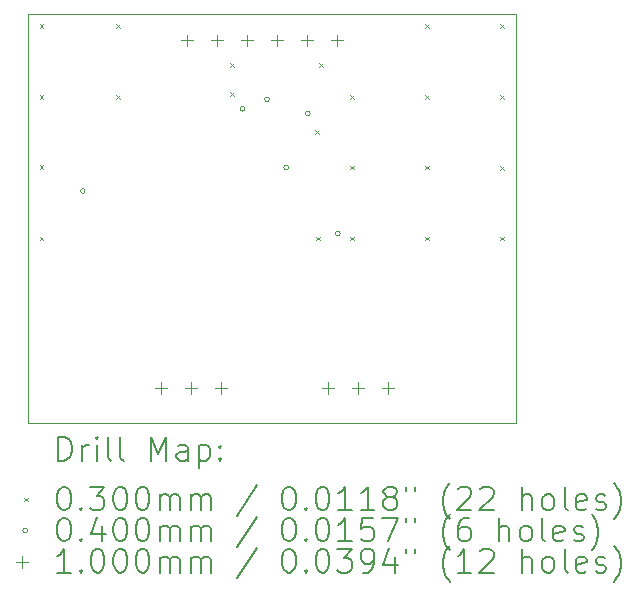
<source format=gbr>
%TF.GenerationSoftware,KiCad,Pcbnew,7.0.11-2.fc39*%
%TF.CreationDate,2024-06-09T18:16:30+02:00*%
%TF.ProjectId,current_measurement_extension,63757272-656e-4745-9f6d-656173757265,1.0*%
%TF.SameCoordinates,Original*%
%TF.FileFunction,Drillmap*%
%TF.FilePolarity,Positive*%
%FSLAX45Y45*%
G04 Gerber Fmt 4.5, Leading zero omitted, Abs format (unit mm)*
G04 Created by KiCad (PCBNEW 7.0.11-2.fc39) date 2024-06-09 18:16:30*
%MOMM*%
%LPD*%
G01*
G04 APERTURE LIST*
%ADD10C,0.100000*%
%ADD11C,0.200000*%
G04 APERTURE END LIST*
D10*
X8717280Y-4579620D02*
X12844780Y-4579620D01*
X12844780Y-8041640D01*
X8717280Y-8041640D01*
X8717280Y-4579620D01*
D11*
D10*
X8814040Y-4663680D02*
X8844040Y-4693680D01*
X8844040Y-4663680D02*
X8814040Y-4693680D01*
X8814040Y-5263120D02*
X8844040Y-5293120D01*
X8844040Y-5263120D02*
X8814040Y-5293120D01*
X8814040Y-5857480D02*
X8844040Y-5887480D01*
X8844040Y-5857480D02*
X8814040Y-5887480D01*
X8814040Y-6462000D02*
X8844040Y-6492000D01*
X8844040Y-6462000D02*
X8814040Y-6492000D01*
X9464280Y-4663680D02*
X9494280Y-4693680D01*
X9494280Y-4663680D02*
X9464280Y-4693680D01*
X9464280Y-5263120D02*
X9494280Y-5293120D01*
X9494280Y-5263120D02*
X9464280Y-5293120D01*
X10429480Y-4993880D02*
X10459480Y-5023880D01*
X10459480Y-4993880D02*
X10429480Y-5023880D01*
X10429480Y-5237720D02*
X10459480Y-5267720D01*
X10459480Y-5237720D02*
X10429480Y-5267720D01*
X11145760Y-5562840D02*
X11175760Y-5592840D01*
X11175760Y-5562840D02*
X11145760Y-5592840D01*
X11155920Y-6462000D02*
X11185920Y-6492000D01*
X11185920Y-6462000D02*
X11155920Y-6492000D01*
X11181320Y-4993880D02*
X11211320Y-5023880D01*
X11211320Y-4993880D02*
X11181320Y-5023880D01*
X11445480Y-5263120D02*
X11475480Y-5293120D01*
X11475480Y-5263120D02*
X11445480Y-5293120D01*
X11445480Y-5862560D02*
X11475480Y-5892560D01*
X11475480Y-5862560D02*
X11445480Y-5892560D01*
X11445480Y-6462000D02*
X11475480Y-6492000D01*
X11475480Y-6462000D02*
X11445480Y-6492000D01*
X12080480Y-4663680D02*
X12110480Y-4693680D01*
X12110480Y-4663680D02*
X12080480Y-4693680D01*
X12080480Y-5263120D02*
X12110480Y-5293120D01*
X12110480Y-5263120D02*
X12080480Y-5293120D01*
X12080480Y-5862560D02*
X12110480Y-5892560D01*
X12110480Y-5862560D02*
X12080480Y-5892560D01*
X12080480Y-6462000D02*
X12110480Y-6492000D01*
X12110480Y-6462000D02*
X12080480Y-6492000D01*
X12715480Y-4663680D02*
X12745480Y-4693680D01*
X12745480Y-4663680D02*
X12715480Y-4693680D01*
X12715480Y-5263120D02*
X12745480Y-5293120D01*
X12745480Y-5263120D02*
X12715480Y-5293120D01*
X12715480Y-5867640D02*
X12745480Y-5897640D01*
X12745480Y-5867640D02*
X12715480Y-5897640D01*
X12715480Y-6462000D02*
X12745480Y-6492000D01*
X12745480Y-6462000D02*
X12715480Y-6492000D01*
X9199560Y-6075680D02*
G75*
G03*
X9159560Y-6075680I-20000J0D01*
G01*
X9159560Y-6075680D02*
G75*
G03*
X9199560Y-6075680I20000J0D01*
G01*
X10550840Y-5379720D02*
G75*
G03*
X10510840Y-5379720I-20000J0D01*
G01*
X10510840Y-5379720D02*
G75*
G03*
X10550840Y-5379720I20000J0D01*
G01*
X10759120Y-5298440D02*
G75*
G03*
X10719120Y-5298440I-20000J0D01*
G01*
X10719120Y-5298440D02*
G75*
G03*
X10759120Y-5298440I20000J0D01*
G01*
X10921680Y-5877560D02*
G75*
G03*
X10881680Y-5877560I-20000J0D01*
G01*
X10881680Y-5877560D02*
G75*
G03*
X10921680Y-5877560I20000J0D01*
G01*
X11104560Y-5420360D02*
G75*
G03*
X11064560Y-5420360I-20000J0D01*
G01*
X11064560Y-5420360D02*
G75*
G03*
X11104560Y-5420360I20000J0D01*
G01*
X11358560Y-6436360D02*
G75*
G03*
X11318560Y-6436360I-20000J0D01*
G01*
X11318560Y-6436360D02*
G75*
G03*
X11358560Y-6436360I20000J0D01*
G01*
X9839960Y-7691920D02*
X9839960Y-7791920D01*
X9789960Y-7741920D02*
X9889960Y-7741920D01*
X10063480Y-4750600D02*
X10063480Y-4850600D01*
X10013480Y-4800600D02*
X10113480Y-4800600D01*
X10093960Y-7691920D02*
X10093960Y-7791920D01*
X10043960Y-7741920D02*
X10143960Y-7741920D01*
X10317480Y-4750600D02*
X10317480Y-4850600D01*
X10267480Y-4800600D02*
X10367480Y-4800600D01*
X10347960Y-7691920D02*
X10347960Y-7791920D01*
X10297960Y-7741920D02*
X10397960Y-7741920D01*
X10571480Y-4750600D02*
X10571480Y-4850600D01*
X10521480Y-4800600D02*
X10621480Y-4800600D01*
X10825480Y-4750600D02*
X10825480Y-4850600D01*
X10775480Y-4800600D02*
X10875480Y-4800600D01*
X11079480Y-4750600D02*
X11079480Y-4850600D01*
X11029480Y-4800600D02*
X11129480Y-4800600D01*
X11257280Y-7691920D02*
X11257280Y-7791920D01*
X11207280Y-7741920D02*
X11307280Y-7741920D01*
X11333480Y-4750600D02*
X11333480Y-4850600D01*
X11283480Y-4800600D02*
X11383480Y-4800600D01*
X11511280Y-7691920D02*
X11511280Y-7791920D01*
X11461280Y-7741920D02*
X11561280Y-7741920D01*
X11765280Y-7691920D02*
X11765280Y-7791920D01*
X11715280Y-7741920D02*
X11815280Y-7741920D01*
D11*
X8973057Y-8358124D02*
X8973057Y-8158124D01*
X8973057Y-8158124D02*
X9020676Y-8158124D01*
X9020676Y-8158124D02*
X9049247Y-8167648D01*
X9049247Y-8167648D02*
X9068295Y-8186695D01*
X9068295Y-8186695D02*
X9077819Y-8205743D01*
X9077819Y-8205743D02*
X9087343Y-8243838D01*
X9087343Y-8243838D02*
X9087343Y-8272409D01*
X9087343Y-8272409D02*
X9077819Y-8310505D01*
X9077819Y-8310505D02*
X9068295Y-8329552D01*
X9068295Y-8329552D02*
X9049247Y-8348600D01*
X9049247Y-8348600D02*
X9020676Y-8358124D01*
X9020676Y-8358124D02*
X8973057Y-8358124D01*
X9173057Y-8358124D02*
X9173057Y-8224790D01*
X9173057Y-8262886D02*
X9182581Y-8243838D01*
X9182581Y-8243838D02*
X9192104Y-8234314D01*
X9192104Y-8234314D02*
X9211152Y-8224790D01*
X9211152Y-8224790D02*
X9230200Y-8224790D01*
X9296866Y-8358124D02*
X9296866Y-8224790D01*
X9296866Y-8158124D02*
X9287343Y-8167648D01*
X9287343Y-8167648D02*
X9296866Y-8177171D01*
X9296866Y-8177171D02*
X9306390Y-8167648D01*
X9306390Y-8167648D02*
X9296866Y-8158124D01*
X9296866Y-8158124D02*
X9296866Y-8177171D01*
X9420676Y-8358124D02*
X9401628Y-8348600D01*
X9401628Y-8348600D02*
X9392104Y-8329552D01*
X9392104Y-8329552D02*
X9392104Y-8158124D01*
X9525438Y-8358124D02*
X9506390Y-8348600D01*
X9506390Y-8348600D02*
X9496866Y-8329552D01*
X9496866Y-8329552D02*
X9496866Y-8158124D01*
X9754009Y-8358124D02*
X9754009Y-8158124D01*
X9754009Y-8158124D02*
X9820676Y-8300981D01*
X9820676Y-8300981D02*
X9887343Y-8158124D01*
X9887343Y-8158124D02*
X9887343Y-8358124D01*
X10068295Y-8358124D02*
X10068295Y-8253362D01*
X10068295Y-8253362D02*
X10058771Y-8234314D01*
X10058771Y-8234314D02*
X10039724Y-8224790D01*
X10039724Y-8224790D02*
X10001628Y-8224790D01*
X10001628Y-8224790D02*
X9982581Y-8234314D01*
X10068295Y-8348600D02*
X10049247Y-8358124D01*
X10049247Y-8358124D02*
X10001628Y-8358124D01*
X10001628Y-8358124D02*
X9982581Y-8348600D01*
X9982581Y-8348600D02*
X9973057Y-8329552D01*
X9973057Y-8329552D02*
X9973057Y-8310505D01*
X9973057Y-8310505D02*
X9982581Y-8291457D01*
X9982581Y-8291457D02*
X10001628Y-8281933D01*
X10001628Y-8281933D02*
X10049247Y-8281933D01*
X10049247Y-8281933D02*
X10068295Y-8272409D01*
X10163533Y-8224790D02*
X10163533Y-8424790D01*
X10163533Y-8234314D02*
X10182581Y-8224790D01*
X10182581Y-8224790D02*
X10220676Y-8224790D01*
X10220676Y-8224790D02*
X10239724Y-8234314D01*
X10239724Y-8234314D02*
X10249247Y-8243838D01*
X10249247Y-8243838D02*
X10258771Y-8262886D01*
X10258771Y-8262886D02*
X10258771Y-8320028D01*
X10258771Y-8320028D02*
X10249247Y-8339076D01*
X10249247Y-8339076D02*
X10239724Y-8348600D01*
X10239724Y-8348600D02*
X10220676Y-8358124D01*
X10220676Y-8358124D02*
X10182581Y-8358124D01*
X10182581Y-8358124D02*
X10163533Y-8348600D01*
X10344485Y-8339076D02*
X10354009Y-8348600D01*
X10354009Y-8348600D02*
X10344485Y-8358124D01*
X10344485Y-8358124D02*
X10334962Y-8348600D01*
X10334962Y-8348600D02*
X10344485Y-8339076D01*
X10344485Y-8339076D02*
X10344485Y-8358124D01*
X10344485Y-8234314D02*
X10354009Y-8243838D01*
X10354009Y-8243838D02*
X10344485Y-8253362D01*
X10344485Y-8253362D02*
X10334962Y-8243838D01*
X10334962Y-8243838D02*
X10344485Y-8234314D01*
X10344485Y-8234314D02*
X10344485Y-8253362D01*
D10*
X8682280Y-8671640D02*
X8712280Y-8701640D01*
X8712280Y-8671640D02*
X8682280Y-8701640D01*
D11*
X9011152Y-8578124D02*
X9030200Y-8578124D01*
X9030200Y-8578124D02*
X9049247Y-8587648D01*
X9049247Y-8587648D02*
X9058771Y-8597171D01*
X9058771Y-8597171D02*
X9068295Y-8616219D01*
X9068295Y-8616219D02*
X9077819Y-8654314D01*
X9077819Y-8654314D02*
X9077819Y-8701933D01*
X9077819Y-8701933D02*
X9068295Y-8740029D01*
X9068295Y-8740029D02*
X9058771Y-8759076D01*
X9058771Y-8759076D02*
X9049247Y-8768600D01*
X9049247Y-8768600D02*
X9030200Y-8778124D01*
X9030200Y-8778124D02*
X9011152Y-8778124D01*
X9011152Y-8778124D02*
X8992104Y-8768600D01*
X8992104Y-8768600D02*
X8982581Y-8759076D01*
X8982581Y-8759076D02*
X8973057Y-8740029D01*
X8973057Y-8740029D02*
X8963533Y-8701933D01*
X8963533Y-8701933D02*
X8963533Y-8654314D01*
X8963533Y-8654314D02*
X8973057Y-8616219D01*
X8973057Y-8616219D02*
X8982581Y-8597171D01*
X8982581Y-8597171D02*
X8992104Y-8587648D01*
X8992104Y-8587648D02*
X9011152Y-8578124D01*
X9163533Y-8759076D02*
X9173057Y-8768600D01*
X9173057Y-8768600D02*
X9163533Y-8778124D01*
X9163533Y-8778124D02*
X9154009Y-8768600D01*
X9154009Y-8768600D02*
X9163533Y-8759076D01*
X9163533Y-8759076D02*
X9163533Y-8778124D01*
X9239724Y-8578124D02*
X9363533Y-8578124D01*
X9363533Y-8578124D02*
X9296866Y-8654314D01*
X9296866Y-8654314D02*
X9325438Y-8654314D01*
X9325438Y-8654314D02*
X9344485Y-8663838D01*
X9344485Y-8663838D02*
X9354009Y-8673362D01*
X9354009Y-8673362D02*
X9363533Y-8692410D01*
X9363533Y-8692410D02*
X9363533Y-8740029D01*
X9363533Y-8740029D02*
X9354009Y-8759076D01*
X9354009Y-8759076D02*
X9344485Y-8768600D01*
X9344485Y-8768600D02*
X9325438Y-8778124D01*
X9325438Y-8778124D02*
X9268295Y-8778124D01*
X9268295Y-8778124D02*
X9249247Y-8768600D01*
X9249247Y-8768600D02*
X9239724Y-8759076D01*
X9487343Y-8578124D02*
X9506390Y-8578124D01*
X9506390Y-8578124D02*
X9525438Y-8587648D01*
X9525438Y-8587648D02*
X9534962Y-8597171D01*
X9534962Y-8597171D02*
X9544485Y-8616219D01*
X9544485Y-8616219D02*
X9554009Y-8654314D01*
X9554009Y-8654314D02*
X9554009Y-8701933D01*
X9554009Y-8701933D02*
X9544485Y-8740029D01*
X9544485Y-8740029D02*
X9534962Y-8759076D01*
X9534962Y-8759076D02*
X9525438Y-8768600D01*
X9525438Y-8768600D02*
X9506390Y-8778124D01*
X9506390Y-8778124D02*
X9487343Y-8778124D01*
X9487343Y-8778124D02*
X9468295Y-8768600D01*
X9468295Y-8768600D02*
X9458771Y-8759076D01*
X9458771Y-8759076D02*
X9449247Y-8740029D01*
X9449247Y-8740029D02*
X9439724Y-8701933D01*
X9439724Y-8701933D02*
X9439724Y-8654314D01*
X9439724Y-8654314D02*
X9449247Y-8616219D01*
X9449247Y-8616219D02*
X9458771Y-8597171D01*
X9458771Y-8597171D02*
X9468295Y-8587648D01*
X9468295Y-8587648D02*
X9487343Y-8578124D01*
X9677819Y-8578124D02*
X9696866Y-8578124D01*
X9696866Y-8578124D02*
X9715914Y-8587648D01*
X9715914Y-8587648D02*
X9725438Y-8597171D01*
X9725438Y-8597171D02*
X9734962Y-8616219D01*
X9734962Y-8616219D02*
X9744485Y-8654314D01*
X9744485Y-8654314D02*
X9744485Y-8701933D01*
X9744485Y-8701933D02*
X9734962Y-8740029D01*
X9734962Y-8740029D02*
X9725438Y-8759076D01*
X9725438Y-8759076D02*
X9715914Y-8768600D01*
X9715914Y-8768600D02*
X9696866Y-8778124D01*
X9696866Y-8778124D02*
X9677819Y-8778124D01*
X9677819Y-8778124D02*
X9658771Y-8768600D01*
X9658771Y-8768600D02*
X9649247Y-8759076D01*
X9649247Y-8759076D02*
X9639724Y-8740029D01*
X9639724Y-8740029D02*
X9630200Y-8701933D01*
X9630200Y-8701933D02*
X9630200Y-8654314D01*
X9630200Y-8654314D02*
X9639724Y-8616219D01*
X9639724Y-8616219D02*
X9649247Y-8597171D01*
X9649247Y-8597171D02*
X9658771Y-8587648D01*
X9658771Y-8587648D02*
X9677819Y-8578124D01*
X9830200Y-8778124D02*
X9830200Y-8644790D01*
X9830200Y-8663838D02*
X9839724Y-8654314D01*
X9839724Y-8654314D02*
X9858771Y-8644790D01*
X9858771Y-8644790D02*
X9887343Y-8644790D01*
X9887343Y-8644790D02*
X9906390Y-8654314D01*
X9906390Y-8654314D02*
X9915914Y-8673362D01*
X9915914Y-8673362D02*
X9915914Y-8778124D01*
X9915914Y-8673362D02*
X9925438Y-8654314D01*
X9925438Y-8654314D02*
X9944485Y-8644790D01*
X9944485Y-8644790D02*
X9973057Y-8644790D01*
X9973057Y-8644790D02*
X9992105Y-8654314D01*
X9992105Y-8654314D02*
X10001628Y-8673362D01*
X10001628Y-8673362D02*
X10001628Y-8778124D01*
X10096866Y-8778124D02*
X10096866Y-8644790D01*
X10096866Y-8663838D02*
X10106390Y-8654314D01*
X10106390Y-8654314D02*
X10125438Y-8644790D01*
X10125438Y-8644790D02*
X10154009Y-8644790D01*
X10154009Y-8644790D02*
X10173057Y-8654314D01*
X10173057Y-8654314D02*
X10182581Y-8673362D01*
X10182581Y-8673362D02*
X10182581Y-8778124D01*
X10182581Y-8673362D02*
X10192105Y-8654314D01*
X10192105Y-8654314D02*
X10211152Y-8644790D01*
X10211152Y-8644790D02*
X10239724Y-8644790D01*
X10239724Y-8644790D02*
X10258771Y-8654314D01*
X10258771Y-8654314D02*
X10268295Y-8673362D01*
X10268295Y-8673362D02*
X10268295Y-8778124D01*
X10658771Y-8568600D02*
X10487343Y-8825743D01*
X10915914Y-8578124D02*
X10934962Y-8578124D01*
X10934962Y-8578124D02*
X10954009Y-8587648D01*
X10954009Y-8587648D02*
X10963533Y-8597171D01*
X10963533Y-8597171D02*
X10973057Y-8616219D01*
X10973057Y-8616219D02*
X10982581Y-8654314D01*
X10982581Y-8654314D02*
X10982581Y-8701933D01*
X10982581Y-8701933D02*
X10973057Y-8740029D01*
X10973057Y-8740029D02*
X10963533Y-8759076D01*
X10963533Y-8759076D02*
X10954009Y-8768600D01*
X10954009Y-8768600D02*
X10934962Y-8778124D01*
X10934962Y-8778124D02*
X10915914Y-8778124D01*
X10915914Y-8778124D02*
X10896867Y-8768600D01*
X10896867Y-8768600D02*
X10887343Y-8759076D01*
X10887343Y-8759076D02*
X10877819Y-8740029D01*
X10877819Y-8740029D02*
X10868295Y-8701933D01*
X10868295Y-8701933D02*
X10868295Y-8654314D01*
X10868295Y-8654314D02*
X10877819Y-8616219D01*
X10877819Y-8616219D02*
X10887343Y-8597171D01*
X10887343Y-8597171D02*
X10896867Y-8587648D01*
X10896867Y-8587648D02*
X10915914Y-8578124D01*
X11068295Y-8759076D02*
X11077819Y-8768600D01*
X11077819Y-8768600D02*
X11068295Y-8778124D01*
X11068295Y-8778124D02*
X11058771Y-8768600D01*
X11058771Y-8768600D02*
X11068295Y-8759076D01*
X11068295Y-8759076D02*
X11068295Y-8778124D01*
X11201628Y-8578124D02*
X11220676Y-8578124D01*
X11220676Y-8578124D02*
X11239724Y-8587648D01*
X11239724Y-8587648D02*
X11249247Y-8597171D01*
X11249247Y-8597171D02*
X11258771Y-8616219D01*
X11258771Y-8616219D02*
X11268295Y-8654314D01*
X11268295Y-8654314D02*
X11268295Y-8701933D01*
X11268295Y-8701933D02*
X11258771Y-8740029D01*
X11258771Y-8740029D02*
X11249247Y-8759076D01*
X11249247Y-8759076D02*
X11239724Y-8768600D01*
X11239724Y-8768600D02*
X11220676Y-8778124D01*
X11220676Y-8778124D02*
X11201628Y-8778124D01*
X11201628Y-8778124D02*
X11182581Y-8768600D01*
X11182581Y-8768600D02*
X11173057Y-8759076D01*
X11173057Y-8759076D02*
X11163533Y-8740029D01*
X11163533Y-8740029D02*
X11154009Y-8701933D01*
X11154009Y-8701933D02*
X11154009Y-8654314D01*
X11154009Y-8654314D02*
X11163533Y-8616219D01*
X11163533Y-8616219D02*
X11173057Y-8597171D01*
X11173057Y-8597171D02*
X11182581Y-8587648D01*
X11182581Y-8587648D02*
X11201628Y-8578124D01*
X11458771Y-8778124D02*
X11344486Y-8778124D01*
X11401628Y-8778124D02*
X11401628Y-8578124D01*
X11401628Y-8578124D02*
X11382581Y-8606695D01*
X11382581Y-8606695D02*
X11363533Y-8625743D01*
X11363533Y-8625743D02*
X11344486Y-8635267D01*
X11649247Y-8778124D02*
X11534962Y-8778124D01*
X11592105Y-8778124D02*
X11592105Y-8578124D01*
X11592105Y-8578124D02*
X11573057Y-8606695D01*
X11573057Y-8606695D02*
X11554009Y-8625743D01*
X11554009Y-8625743D02*
X11534962Y-8635267D01*
X11763533Y-8663838D02*
X11744486Y-8654314D01*
X11744486Y-8654314D02*
X11734962Y-8644790D01*
X11734962Y-8644790D02*
X11725438Y-8625743D01*
X11725438Y-8625743D02*
X11725438Y-8616219D01*
X11725438Y-8616219D02*
X11734962Y-8597171D01*
X11734962Y-8597171D02*
X11744486Y-8587648D01*
X11744486Y-8587648D02*
X11763533Y-8578124D01*
X11763533Y-8578124D02*
X11801628Y-8578124D01*
X11801628Y-8578124D02*
X11820676Y-8587648D01*
X11820676Y-8587648D02*
X11830200Y-8597171D01*
X11830200Y-8597171D02*
X11839724Y-8616219D01*
X11839724Y-8616219D02*
X11839724Y-8625743D01*
X11839724Y-8625743D02*
X11830200Y-8644790D01*
X11830200Y-8644790D02*
X11820676Y-8654314D01*
X11820676Y-8654314D02*
X11801628Y-8663838D01*
X11801628Y-8663838D02*
X11763533Y-8663838D01*
X11763533Y-8663838D02*
X11744486Y-8673362D01*
X11744486Y-8673362D02*
X11734962Y-8682886D01*
X11734962Y-8682886D02*
X11725438Y-8701933D01*
X11725438Y-8701933D02*
X11725438Y-8740029D01*
X11725438Y-8740029D02*
X11734962Y-8759076D01*
X11734962Y-8759076D02*
X11744486Y-8768600D01*
X11744486Y-8768600D02*
X11763533Y-8778124D01*
X11763533Y-8778124D02*
X11801628Y-8778124D01*
X11801628Y-8778124D02*
X11820676Y-8768600D01*
X11820676Y-8768600D02*
X11830200Y-8759076D01*
X11830200Y-8759076D02*
X11839724Y-8740029D01*
X11839724Y-8740029D02*
X11839724Y-8701933D01*
X11839724Y-8701933D02*
X11830200Y-8682886D01*
X11830200Y-8682886D02*
X11820676Y-8673362D01*
X11820676Y-8673362D02*
X11801628Y-8663838D01*
X11915914Y-8578124D02*
X11915914Y-8616219D01*
X11992105Y-8578124D02*
X11992105Y-8616219D01*
X12287343Y-8854314D02*
X12277819Y-8844790D01*
X12277819Y-8844790D02*
X12258771Y-8816219D01*
X12258771Y-8816219D02*
X12249248Y-8797171D01*
X12249248Y-8797171D02*
X12239724Y-8768600D01*
X12239724Y-8768600D02*
X12230200Y-8720981D01*
X12230200Y-8720981D02*
X12230200Y-8682886D01*
X12230200Y-8682886D02*
X12239724Y-8635267D01*
X12239724Y-8635267D02*
X12249248Y-8606695D01*
X12249248Y-8606695D02*
X12258771Y-8587648D01*
X12258771Y-8587648D02*
X12277819Y-8559076D01*
X12277819Y-8559076D02*
X12287343Y-8549552D01*
X12354009Y-8597171D02*
X12363533Y-8587648D01*
X12363533Y-8587648D02*
X12382581Y-8578124D01*
X12382581Y-8578124D02*
X12430200Y-8578124D01*
X12430200Y-8578124D02*
X12449248Y-8587648D01*
X12449248Y-8587648D02*
X12458771Y-8597171D01*
X12458771Y-8597171D02*
X12468295Y-8616219D01*
X12468295Y-8616219D02*
X12468295Y-8635267D01*
X12468295Y-8635267D02*
X12458771Y-8663838D01*
X12458771Y-8663838D02*
X12344486Y-8778124D01*
X12344486Y-8778124D02*
X12468295Y-8778124D01*
X12544486Y-8597171D02*
X12554009Y-8587648D01*
X12554009Y-8587648D02*
X12573057Y-8578124D01*
X12573057Y-8578124D02*
X12620676Y-8578124D01*
X12620676Y-8578124D02*
X12639724Y-8587648D01*
X12639724Y-8587648D02*
X12649248Y-8597171D01*
X12649248Y-8597171D02*
X12658771Y-8616219D01*
X12658771Y-8616219D02*
X12658771Y-8635267D01*
X12658771Y-8635267D02*
X12649248Y-8663838D01*
X12649248Y-8663838D02*
X12534962Y-8778124D01*
X12534962Y-8778124D02*
X12658771Y-8778124D01*
X12896867Y-8778124D02*
X12896867Y-8578124D01*
X12982581Y-8778124D02*
X12982581Y-8673362D01*
X12982581Y-8673362D02*
X12973057Y-8654314D01*
X12973057Y-8654314D02*
X12954010Y-8644790D01*
X12954010Y-8644790D02*
X12925438Y-8644790D01*
X12925438Y-8644790D02*
X12906390Y-8654314D01*
X12906390Y-8654314D02*
X12896867Y-8663838D01*
X13106390Y-8778124D02*
X13087343Y-8768600D01*
X13087343Y-8768600D02*
X13077819Y-8759076D01*
X13077819Y-8759076D02*
X13068295Y-8740029D01*
X13068295Y-8740029D02*
X13068295Y-8682886D01*
X13068295Y-8682886D02*
X13077819Y-8663838D01*
X13077819Y-8663838D02*
X13087343Y-8654314D01*
X13087343Y-8654314D02*
X13106390Y-8644790D01*
X13106390Y-8644790D02*
X13134962Y-8644790D01*
X13134962Y-8644790D02*
X13154010Y-8654314D01*
X13154010Y-8654314D02*
X13163533Y-8663838D01*
X13163533Y-8663838D02*
X13173057Y-8682886D01*
X13173057Y-8682886D02*
X13173057Y-8740029D01*
X13173057Y-8740029D02*
X13163533Y-8759076D01*
X13163533Y-8759076D02*
X13154010Y-8768600D01*
X13154010Y-8768600D02*
X13134962Y-8778124D01*
X13134962Y-8778124D02*
X13106390Y-8778124D01*
X13287343Y-8778124D02*
X13268295Y-8768600D01*
X13268295Y-8768600D02*
X13258771Y-8749552D01*
X13258771Y-8749552D02*
X13258771Y-8578124D01*
X13439724Y-8768600D02*
X13420676Y-8778124D01*
X13420676Y-8778124D02*
X13382581Y-8778124D01*
X13382581Y-8778124D02*
X13363533Y-8768600D01*
X13363533Y-8768600D02*
X13354010Y-8749552D01*
X13354010Y-8749552D02*
X13354010Y-8673362D01*
X13354010Y-8673362D02*
X13363533Y-8654314D01*
X13363533Y-8654314D02*
X13382581Y-8644790D01*
X13382581Y-8644790D02*
X13420676Y-8644790D01*
X13420676Y-8644790D02*
X13439724Y-8654314D01*
X13439724Y-8654314D02*
X13449248Y-8673362D01*
X13449248Y-8673362D02*
X13449248Y-8692410D01*
X13449248Y-8692410D02*
X13354010Y-8711457D01*
X13525438Y-8768600D02*
X13544486Y-8778124D01*
X13544486Y-8778124D02*
X13582581Y-8778124D01*
X13582581Y-8778124D02*
X13601629Y-8768600D01*
X13601629Y-8768600D02*
X13611152Y-8749552D01*
X13611152Y-8749552D02*
X13611152Y-8740029D01*
X13611152Y-8740029D02*
X13601629Y-8720981D01*
X13601629Y-8720981D02*
X13582581Y-8711457D01*
X13582581Y-8711457D02*
X13554010Y-8711457D01*
X13554010Y-8711457D02*
X13534962Y-8701933D01*
X13534962Y-8701933D02*
X13525438Y-8682886D01*
X13525438Y-8682886D02*
X13525438Y-8673362D01*
X13525438Y-8673362D02*
X13534962Y-8654314D01*
X13534962Y-8654314D02*
X13554010Y-8644790D01*
X13554010Y-8644790D02*
X13582581Y-8644790D01*
X13582581Y-8644790D02*
X13601629Y-8654314D01*
X13677819Y-8854314D02*
X13687343Y-8844790D01*
X13687343Y-8844790D02*
X13706391Y-8816219D01*
X13706391Y-8816219D02*
X13715914Y-8797171D01*
X13715914Y-8797171D02*
X13725438Y-8768600D01*
X13725438Y-8768600D02*
X13734962Y-8720981D01*
X13734962Y-8720981D02*
X13734962Y-8682886D01*
X13734962Y-8682886D02*
X13725438Y-8635267D01*
X13725438Y-8635267D02*
X13715914Y-8606695D01*
X13715914Y-8606695D02*
X13706391Y-8587648D01*
X13706391Y-8587648D02*
X13687343Y-8559076D01*
X13687343Y-8559076D02*
X13677819Y-8549552D01*
D10*
X8712280Y-8950640D02*
G75*
G03*
X8672280Y-8950640I-20000J0D01*
G01*
X8672280Y-8950640D02*
G75*
G03*
X8712280Y-8950640I20000J0D01*
G01*
D11*
X9011152Y-8842124D02*
X9030200Y-8842124D01*
X9030200Y-8842124D02*
X9049247Y-8851648D01*
X9049247Y-8851648D02*
X9058771Y-8861171D01*
X9058771Y-8861171D02*
X9068295Y-8880219D01*
X9068295Y-8880219D02*
X9077819Y-8918314D01*
X9077819Y-8918314D02*
X9077819Y-8965933D01*
X9077819Y-8965933D02*
X9068295Y-9004029D01*
X9068295Y-9004029D02*
X9058771Y-9023076D01*
X9058771Y-9023076D02*
X9049247Y-9032600D01*
X9049247Y-9032600D02*
X9030200Y-9042124D01*
X9030200Y-9042124D02*
X9011152Y-9042124D01*
X9011152Y-9042124D02*
X8992104Y-9032600D01*
X8992104Y-9032600D02*
X8982581Y-9023076D01*
X8982581Y-9023076D02*
X8973057Y-9004029D01*
X8973057Y-9004029D02*
X8963533Y-8965933D01*
X8963533Y-8965933D02*
X8963533Y-8918314D01*
X8963533Y-8918314D02*
X8973057Y-8880219D01*
X8973057Y-8880219D02*
X8982581Y-8861171D01*
X8982581Y-8861171D02*
X8992104Y-8851648D01*
X8992104Y-8851648D02*
X9011152Y-8842124D01*
X9163533Y-9023076D02*
X9173057Y-9032600D01*
X9173057Y-9032600D02*
X9163533Y-9042124D01*
X9163533Y-9042124D02*
X9154009Y-9032600D01*
X9154009Y-9032600D02*
X9163533Y-9023076D01*
X9163533Y-9023076D02*
X9163533Y-9042124D01*
X9344485Y-8908790D02*
X9344485Y-9042124D01*
X9296866Y-8832600D02*
X9249247Y-8975457D01*
X9249247Y-8975457D02*
X9373057Y-8975457D01*
X9487343Y-8842124D02*
X9506390Y-8842124D01*
X9506390Y-8842124D02*
X9525438Y-8851648D01*
X9525438Y-8851648D02*
X9534962Y-8861171D01*
X9534962Y-8861171D02*
X9544485Y-8880219D01*
X9544485Y-8880219D02*
X9554009Y-8918314D01*
X9554009Y-8918314D02*
X9554009Y-8965933D01*
X9554009Y-8965933D02*
X9544485Y-9004029D01*
X9544485Y-9004029D02*
X9534962Y-9023076D01*
X9534962Y-9023076D02*
X9525438Y-9032600D01*
X9525438Y-9032600D02*
X9506390Y-9042124D01*
X9506390Y-9042124D02*
X9487343Y-9042124D01*
X9487343Y-9042124D02*
X9468295Y-9032600D01*
X9468295Y-9032600D02*
X9458771Y-9023076D01*
X9458771Y-9023076D02*
X9449247Y-9004029D01*
X9449247Y-9004029D02*
X9439724Y-8965933D01*
X9439724Y-8965933D02*
X9439724Y-8918314D01*
X9439724Y-8918314D02*
X9449247Y-8880219D01*
X9449247Y-8880219D02*
X9458771Y-8861171D01*
X9458771Y-8861171D02*
X9468295Y-8851648D01*
X9468295Y-8851648D02*
X9487343Y-8842124D01*
X9677819Y-8842124D02*
X9696866Y-8842124D01*
X9696866Y-8842124D02*
X9715914Y-8851648D01*
X9715914Y-8851648D02*
X9725438Y-8861171D01*
X9725438Y-8861171D02*
X9734962Y-8880219D01*
X9734962Y-8880219D02*
X9744485Y-8918314D01*
X9744485Y-8918314D02*
X9744485Y-8965933D01*
X9744485Y-8965933D02*
X9734962Y-9004029D01*
X9734962Y-9004029D02*
X9725438Y-9023076D01*
X9725438Y-9023076D02*
X9715914Y-9032600D01*
X9715914Y-9032600D02*
X9696866Y-9042124D01*
X9696866Y-9042124D02*
X9677819Y-9042124D01*
X9677819Y-9042124D02*
X9658771Y-9032600D01*
X9658771Y-9032600D02*
X9649247Y-9023076D01*
X9649247Y-9023076D02*
X9639724Y-9004029D01*
X9639724Y-9004029D02*
X9630200Y-8965933D01*
X9630200Y-8965933D02*
X9630200Y-8918314D01*
X9630200Y-8918314D02*
X9639724Y-8880219D01*
X9639724Y-8880219D02*
X9649247Y-8861171D01*
X9649247Y-8861171D02*
X9658771Y-8851648D01*
X9658771Y-8851648D02*
X9677819Y-8842124D01*
X9830200Y-9042124D02*
X9830200Y-8908790D01*
X9830200Y-8927838D02*
X9839724Y-8918314D01*
X9839724Y-8918314D02*
X9858771Y-8908790D01*
X9858771Y-8908790D02*
X9887343Y-8908790D01*
X9887343Y-8908790D02*
X9906390Y-8918314D01*
X9906390Y-8918314D02*
X9915914Y-8937362D01*
X9915914Y-8937362D02*
X9915914Y-9042124D01*
X9915914Y-8937362D02*
X9925438Y-8918314D01*
X9925438Y-8918314D02*
X9944485Y-8908790D01*
X9944485Y-8908790D02*
X9973057Y-8908790D01*
X9973057Y-8908790D02*
X9992105Y-8918314D01*
X9992105Y-8918314D02*
X10001628Y-8937362D01*
X10001628Y-8937362D02*
X10001628Y-9042124D01*
X10096866Y-9042124D02*
X10096866Y-8908790D01*
X10096866Y-8927838D02*
X10106390Y-8918314D01*
X10106390Y-8918314D02*
X10125438Y-8908790D01*
X10125438Y-8908790D02*
X10154009Y-8908790D01*
X10154009Y-8908790D02*
X10173057Y-8918314D01*
X10173057Y-8918314D02*
X10182581Y-8937362D01*
X10182581Y-8937362D02*
X10182581Y-9042124D01*
X10182581Y-8937362D02*
X10192105Y-8918314D01*
X10192105Y-8918314D02*
X10211152Y-8908790D01*
X10211152Y-8908790D02*
X10239724Y-8908790D01*
X10239724Y-8908790D02*
X10258771Y-8918314D01*
X10258771Y-8918314D02*
X10268295Y-8937362D01*
X10268295Y-8937362D02*
X10268295Y-9042124D01*
X10658771Y-8832600D02*
X10487343Y-9089743D01*
X10915914Y-8842124D02*
X10934962Y-8842124D01*
X10934962Y-8842124D02*
X10954009Y-8851648D01*
X10954009Y-8851648D02*
X10963533Y-8861171D01*
X10963533Y-8861171D02*
X10973057Y-8880219D01*
X10973057Y-8880219D02*
X10982581Y-8918314D01*
X10982581Y-8918314D02*
X10982581Y-8965933D01*
X10982581Y-8965933D02*
X10973057Y-9004029D01*
X10973057Y-9004029D02*
X10963533Y-9023076D01*
X10963533Y-9023076D02*
X10954009Y-9032600D01*
X10954009Y-9032600D02*
X10934962Y-9042124D01*
X10934962Y-9042124D02*
X10915914Y-9042124D01*
X10915914Y-9042124D02*
X10896867Y-9032600D01*
X10896867Y-9032600D02*
X10887343Y-9023076D01*
X10887343Y-9023076D02*
X10877819Y-9004029D01*
X10877819Y-9004029D02*
X10868295Y-8965933D01*
X10868295Y-8965933D02*
X10868295Y-8918314D01*
X10868295Y-8918314D02*
X10877819Y-8880219D01*
X10877819Y-8880219D02*
X10887343Y-8861171D01*
X10887343Y-8861171D02*
X10896867Y-8851648D01*
X10896867Y-8851648D02*
X10915914Y-8842124D01*
X11068295Y-9023076D02*
X11077819Y-9032600D01*
X11077819Y-9032600D02*
X11068295Y-9042124D01*
X11068295Y-9042124D02*
X11058771Y-9032600D01*
X11058771Y-9032600D02*
X11068295Y-9023076D01*
X11068295Y-9023076D02*
X11068295Y-9042124D01*
X11201628Y-8842124D02*
X11220676Y-8842124D01*
X11220676Y-8842124D02*
X11239724Y-8851648D01*
X11239724Y-8851648D02*
X11249247Y-8861171D01*
X11249247Y-8861171D02*
X11258771Y-8880219D01*
X11258771Y-8880219D02*
X11268295Y-8918314D01*
X11268295Y-8918314D02*
X11268295Y-8965933D01*
X11268295Y-8965933D02*
X11258771Y-9004029D01*
X11258771Y-9004029D02*
X11249247Y-9023076D01*
X11249247Y-9023076D02*
X11239724Y-9032600D01*
X11239724Y-9032600D02*
X11220676Y-9042124D01*
X11220676Y-9042124D02*
X11201628Y-9042124D01*
X11201628Y-9042124D02*
X11182581Y-9032600D01*
X11182581Y-9032600D02*
X11173057Y-9023076D01*
X11173057Y-9023076D02*
X11163533Y-9004029D01*
X11163533Y-9004029D02*
X11154009Y-8965933D01*
X11154009Y-8965933D02*
X11154009Y-8918314D01*
X11154009Y-8918314D02*
X11163533Y-8880219D01*
X11163533Y-8880219D02*
X11173057Y-8861171D01*
X11173057Y-8861171D02*
X11182581Y-8851648D01*
X11182581Y-8851648D02*
X11201628Y-8842124D01*
X11458771Y-9042124D02*
X11344486Y-9042124D01*
X11401628Y-9042124D02*
X11401628Y-8842124D01*
X11401628Y-8842124D02*
X11382581Y-8870695D01*
X11382581Y-8870695D02*
X11363533Y-8889743D01*
X11363533Y-8889743D02*
X11344486Y-8899267D01*
X11639724Y-8842124D02*
X11544486Y-8842124D01*
X11544486Y-8842124D02*
X11534962Y-8937362D01*
X11534962Y-8937362D02*
X11544486Y-8927838D01*
X11544486Y-8927838D02*
X11563533Y-8918314D01*
X11563533Y-8918314D02*
X11611152Y-8918314D01*
X11611152Y-8918314D02*
X11630200Y-8927838D01*
X11630200Y-8927838D02*
X11639724Y-8937362D01*
X11639724Y-8937362D02*
X11649247Y-8956410D01*
X11649247Y-8956410D02*
X11649247Y-9004029D01*
X11649247Y-9004029D02*
X11639724Y-9023076D01*
X11639724Y-9023076D02*
X11630200Y-9032600D01*
X11630200Y-9032600D02*
X11611152Y-9042124D01*
X11611152Y-9042124D02*
X11563533Y-9042124D01*
X11563533Y-9042124D02*
X11544486Y-9032600D01*
X11544486Y-9032600D02*
X11534962Y-9023076D01*
X11715914Y-8842124D02*
X11849247Y-8842124D01*
X11849247Y-8842124D02*
X11763533Y-9042124D01*
X11915914Y-8842124D02*
X11915914Y-8880219D01*
X11992105Y-8842124D02*
X11992105Y-8880219D01*
X12287343Y-9118314D02*
X12277819Y-9108790D01*
X12277819Y-9108790D02*
X12258771Y-9080219D01*
X12258771Y-9080219D02*
X12249248Y-9061171D01*
X12249248Y-9061171D02*
X12239724Y-9032600D01*
X12239724Y-9032600D02*
X12230200Y-8984981D01*
X12230200Y-8984981D02*
X12230200Y-8946886D01*
X12230200Y-8946886D02*
X12239724Y-8899267D01*
X12239724Y-8899267D02*
X12249248Y-8870695D01*
X12249248Y-8870695D02*
X12258771Y-8851648D01*
X12258771Y-8851648D02*
X12277819Y-8823076D01*
X12277819Y-8823076D02*
X12287343Y-8813552D01*
X12449248Y-8842124D02*
X12411152Y-8842124D01*
X12411152Y-8842124D02*
X12392105Y-8851648D01*
X12392105Y-8851648D02*
X12382581Y-8861171D01*
X12382581Y-8861171D02*
X12363533Y-8889743D01*
X12363533Y-8889743D02*
X12354009Y-8927838D01*
X12354009Y-8927838D02*
X12354009Y-9004029D01*
X12354009Y-9004029D02*
X12363533Y-9023076D01*
X12363533Y-9023076D02*
X12373057Y-9032600D01*
X12373057Y-9032600D02*
X12392105Y-9042124D01*
X12392105Y-9042124D02*
X12430200Y-9042124D01*
X12430200Y-9042124D02*
X12449248Y-9032600D01*
X12449248Y-9032600D02*
X12458771Y-9023076D01*
X12458771Y-9023076D02*
X12468295Y-9004029D01*
X12468295Y-9004029D02*
X12468295Y-8956410D01*
X12468295Y-8956410D02*
X12458771Y-8937362D01*
X12458771Y-8937362D02*
X12449248Y-8927838D01*
X12449248Y-8927838D02*
X12430200Y-8918314D01*
X12430200Y-8918314D02*
X12392105Y-8918314D01*
X12392105Y-8918314D02*
X12373057Y-8927838D01*
X12373057Y-8927838D02*
X12363533Y-8937362D01*
X12363533Y-8937362D02*
X12354009Y-8956410D01*
X12706390Y-9042124D02*
X12706390Y-8842124D01*
X12792105Y-9042124D02*
X12792105Y-8937362D01*
X12792105Y-8937362D02*
X12782581Y-8918314D01*
X12782581Y-8918314D02*
X12763533Y-8908790D01*
X12763533Y-8908790D02*
X12734962Y-8908790D01*
X12734962Y-8908790D02*
X12715914Y-8918314D01*
X12715914Y-8918314D02*
X12706390Y-8927838D01*
X12915914Y-9042124D02*
X12896867Y-9032600D01*
X12896867Y-9032600D02*
X12887343Y-9023076D01*
X12887343Y-9023076D02*
X12877819Y-9004029D01*
X12877819Y-9004029D02*
X12877819Y-8946886D01*
X12877819Y-8946886D02*
X12887343Y-8927838D01*
X12887343Y-8927838D02*
X12896867Y-8918314D01*
X12896867Y-8918314D02*
X12915914Y-8908790D01*
X12915914Y-8908790D02*
X12944486Y-8908790D01*
X12944486Y-8908790D02*
X12963533Y-8918314D01*
X12963533Y-8918314D02*
X12973057Y-8927838D01*
X12973057Y-8927838D02*
X12982581Y-8946886D01*
X12982581Y-8946886D02*
X12982581Y-9004029D01*
X12982581Y-9004029D02*
X12973057Y-9023076D01*
X12973057Y-9023076D02*
X12963533Y-9032600D01*
X12963533Y-9032600D02*
X12944486Y-9042124D01*
X12944486Y-9042124D02*
X12915914Y-9042124D01*
X13096867Y-9042124D02*
X13077819Y-9032600D01*
X13077819Y-9032600D02*
X13068295Y-9013552D01*
X13068295Y-9013552D02*
X13068295Y-8842124D01*
X13249248Y-9032600D02*
X13230200Y-9042124D01*
X13230200Y-9042124D02*
X13192105Y-9042124D01*
X13192105Y-9042124D02*
X13173057Y-9032600D01*
X13173057Y-9032600D02*
X13163533Y-9013552D01*
X13163533Y-9013552D02*
X13163533Y-8937362D01*
X13163533Y-8937362D02*
X13173057Y-8918314D01*
X13173057Y-8918314D02*
X13192105Y-8908790D01*
X13192105Y-8908790D02*
X13230200Y-8908790D01*
X13230200Y-8908790D02*
X13249248Y-8918314D01*
X13249248Y-8918314D02*
X13258771Y-8937362D01*
X13258771Y-8937362D02*
X13258771Y-8956410D01*
X13258771Y-8956410D02*
X13163533Y-8975457D01*
X13334962Y-9032600D02*
X13354010Y-9042124D01*
X13354010Y-9042124D02*
X13392105Y-9042124D01*
X13392105Y-9042124D02*
X13411152Y-9032600D01*
X13411152Y-9032600D02*
X13420676Y-9013552D01*
X13420676Y-9013552D02*
X13420676Y-9004029D01*
X13420676Y-9004029D02*
X13411152Y-8984981D01*
X13411152Y-8984981D02*
X13392105Y-8975457D01*
X13392105Y-8975457D02*
X13363533Y-8975457D01*
X13363533Y-8975457D02*
X13344486Y-8965933D01*
X13344486Y-8965933D02*
X13334962Y-8946886D01*
X13334962Y-8946886D02*
X13334962Y-8937362D01*
X13334962Y-8937362D02*
X13344486Y-8918314D01*
X13344486Y-8918314D02*
X13363533Y-8908790D01*
X13363533Y-8908790D02*
X13392105Y-8908790D01*
X13392105Y-8908790D02*
X13411152Y-8918314D01*
X13487343Y-9118314D02*
X13496867Y-9108790D01*
X13496867Y-9108790D02*
X13515914Y-9080219D01*
X13515914Y-9080219D02*
X13525438Y-9061171D01*
X13525438Y-9061171D02*
X13534962Y-9032600D01*
X13534962Y-9032600D02*
X13544486Y-8984981D01*
X13544486Y-8984981D02*
X13544486Y-8946886D01*
X13544486Y-8946886D02*
X13534962Y-8899267D01*
X13534962Y-8899267D02*
X13525438Y-8870695D01*
X13525438Y-8870695D02*
X13515914Y-8851648D01*
X13515914Y-8851648D02*
X13496867Y-8823076D01*
X13496867Y-8823076D02*
X13487343Y-8813552D01*
D10*
X8662280Y-9164640D02*
X8662280Y-9264640D01*
X8612280Y-9214640D02*
X8712280Y-9214640D01*
D11*
X9077819Y-9306124D02*
X8963533Y-9306124D01*
X9020676Y-9306124D02*
X9020676Y-9106124D01*
X9020676Y-9106124D02*
X9001628Y-9134695D01*
X9001628Y-9134695D02*
X8982581Y-9153743D01*
X8982581Y-9153743D02*
X8963533Y-9163267D01*
X9163533Y-9287076D02*
X9173057Y-9296600D01*
X9173057Y-9296600D02*
X9163533Y-9306124D01*
X9163533Y-9306124D02*
X9154009Y-9296600D01*
X9154009Y-9296600D02*
X9163533Y-9287076D01*
X9163533Y-9287076D02*
X9163533Y-9306124D01*
X9296866Y-9106124D02*
X9315914Y-9106124D01*
X9315914Y-9106124D02*
X9334962Y-9115648D01*
X9334962Y-9115648D02*
X9344485Y-9125171D01*
X9344485Y-9125171D02*
X9354009Y-9144219D01*
X9354009Y-9144219D02*
X9363533Y-9182314D01*
X9363533Y-9182314D02*
X9363533Y-9229933D01*
X9363533Y-9229933D02*
X9354009Y-9268029D01*
X9354009Y-9268029D02*
X9344485Y-9287076D01*
X9344485Y-9287076D02*
X9334962Y-9296600D01*
X9334962Y-9296600D02*
X9315914Y-9306124D01*
X9315914Y-9306124D02*
X9296866Y-9306124D01*
X9296866Y-9306124D02*
X9277819Y-9296600D01*
X9277819Y-9296600D02*
X9268295Y-9287076D01*
X9268295Y-9287076D02*
X9258771Y-9268029D01*
X9258771Y-9268029D02*
X9249247Y-9229933D01*
X9249247Y-9229933D02*
X9249247Y-9182314D01*
X9249247Y-9182314D02*
X9258771Y-9144219D01*
X9258771Y-9144219D02*
X9268295Y-9125171D01*
X9268295Y-9125171D02*
X9277819Y-9115648D01*
X9277819Y-9115648D02*
X9296866Y-9106124D01*
X9487343Y-9106124D02*
X9506390Y-9106124D01*
X9506390Y-9106124D02*
X9525438Y-9115648D01*
X9525438Y-9115648D02*
X9534962Y-9125171D01*
X9534962Y-9125171D02*
X9544485Y-9144219D01*
X9544485Y-9144219D02*
X9554009Y-9182314D01*
X9554009Y-9182314D02*
X9554009Y-9229933D01*
X9554009Y-9229933D02*
X9544485Y-9268029D01*
X9544485Y-9268029D02*
X9534962Y-9287076D01*
X9534962Y-9287076D02*
X9525438Y-9296600D01*
X9525438Y-9296600D02*
X9506390Y-9306124D01*
X9506390Y-9306124D02*
X9487343Y-9306124D01*
X9487343Y-9306124D02*
X9468295Y-9296600D01*
X9468295Y-9296600D02*
X9458771Y-9287076D01*
X9458771Y-9287076D02*
X9449247Y-9268029D01*
X9449247Y-9268029D02*
X9439724Y-9229933D01*
X9439724Y-9229933D02*
X9439724Y-9182314D01*
X9439724Y-9182314D02*
X9449247Y-9144219D01*
X9449247Y-9144219D02*
X9458771Y-9125171D01*
X9458771Y-9125171D02*
X9468295Y-9115648D01*
X9468295Y-9115648D02*
X9487343Y-9106124D01*
X9677819Y-9106124D02*
X9696866Y-9106124D01*
X9696866Y-9106124D02*
X9715914Y-9115648D01*
X9715914Y-9115648D02*
X9725438Y-9125171D01*
X9725438Y-9125171D02*
X9734962Y-9144219D01*
X9734962Y-9144219D02*
X9744485Y-9182314D01*
X9744485Y-9182314D02*
X9744485Y-9229933D01*
X9744485Y-9229933D02*
X9734962Y-9268029D01*
X9734962Y-9268029D02*
X9725438Y-9287076D01*
X9725438Y-9287076D02*
X9715914Y-9296600D01*
X9715914Y-9296600D02*
X9696866Y-9306124D01*
X9696866Y-9306124D02*
X9677819Y-9306124D01*
X9677819Y-9306124D02*
X9658771Y-9296600D01*
X9658771Y-9296600D02*
X9649247Y-9287076D01*
X9649247Y-9287076D02*
X9639724Y-9268029D01*
X9639724Y-9268029D02*
X9630200Y-9229933D01*
X9630200Y-9229933D02*
X9630200Y-9182314D01*
X9630200Y-9182314D02*
X9639724Y-9144219D01*
X9639724Y-9144219D02*
X9649247Y-9125171D01*
X9649247Y-9125171D02*
X9658771Y-9115648D01*
X9658771Y-9115648D02*
X9677819Y-9106124D01*
X9830200Y-9306124D02*
X9830200Y-9172790D01*
X9830200Y-9191838D02*
X9839724Y-9182314D01*
X9839724Y-9182314D02*
X9858771Y-9172790D01*
X9858771Y-9172790D02*
X9887343Y-9172790D01*
X9887343Y-9172790D02*
X9906390Y-9182314D01*
X9906390Y-9182314D02*
X9915914Y-9201362D01*
X9915914Y-9201362D02*
X9915914Y-9306124D01*
X9915914Y-9201362D02*
X9925438Y-9182314D01*
X9925438Y-9182314D02*
X9944485Y-9172790D01*
X9944485Y-9172790D02*
X9973057Y-9172790D01*
X9973057Y-9172790D02*
X9992105Y-9182314D01*
X9992105Y-9182314D02*
X10001628Y-9201362D01*
X10001628Y-9201362D02*
X10001628Y-9306124D01*
X10096866Y-9306124D02*
X10096866Y-9172790D01*
X10096866Y-9191838D02*
X10106390Y-9182314D01*
X10106390Y-9182314D02*
X10125438Y-9172790D01*
X10125438Y-9172790D02*
X10154009Y-9172790D01*
X10154009Y-9172790D02*
X10173057Y-9182314D01*
X10173057Y-9182314D02*
X10182581Y-9201362D01*
X10182581Y-9201362D02*
X10182581Y-9306124D01*
X10182581Y-9201362D02*
X10192105Y-9182314D01*
X10192105Y-9182314D02*
X10211152Y-9172790D01*
X10211152Y-9172790D02*
X10239724Y-9172790D01*
X10239724Y-9172790D02*
X10258771Y-9182314D01*
X10258771Y-9182314D02*
X10268295Y-9201362D01*
X10268295Y-9201362D02*
X10268295Y-9306124D01*
X10658771Y-9096600D02*
X10487343Y-9353743D01*
X10915914Y-9106124D02*
X10934962Y-9106124D01*
X10934962Y-9106124D02*
X10954009Y-9115648D01*
X10954009Y-9115648D02*
X10963533Y-9125171D01*
X10963533Y-9125171D02*
X10973057Y-9144219D01*
X10973057Y-9144219D02*
X10982581Y-9182314D01*
X10982581Y-9182314D02*
X10982581Y-9229933D01*
X10982581Y-9229933D02*
X10973057Y-9268029D01*
X10973057Y-9268029D02*
X10963533Y-9287076D01*
X10963533Y-9287076D02*
X10954009Y-9296600D01*
X10954009Y-9296600D02*
X10934962Y-9306124D01*
X10934962Y-9306124D02*
X10915914Y-9306124D01*
X10915914Y-9306124D02*
X10896867Y-9296600D01*
X10896867Y-9296600D02*
X10887343Y-9287076D01*
X10887343Y-9287076D02*
X10877819Y-9268029D01*
X10877819Y-9268029D02*
X10868295Y-9229933D01*
X10868295Y-9229933D02*
X10868295Y-9182314D01*
X10868295Y-9182314D02*
X10877819Y-9144219D01*
X10877819Y-9144219D02*
X10887343Y-9125171D01*
X10887343Y-9125171D02*
X10896867Y-9115648D01*
X10896867Y-9115648D02*
X10915914Y-9106124D01*
X11068295Y-9287076D02*
X11077819Y-9296600D01*
X11077819Y-9296600D02*
X11068295Y-9306124D01*
X11068295Y-9306124D02*
X11058771Y-9296600D01*
X11058771Y-9296600D02*
X11068295Y-9287076D01*
X11068295Y-9287076D02*
X11068295Y-9306124D01*
X11201628Y-9106124D02*
X11220676Y-9106124D01*
X11220676Y-9106124D02*
X11239724Y-9115648D01*
X11239724Y-9115648D02*
X11249247Y-9125171D01*
X11249247Y-9125171D02*
X11258771Y-9144219D01*
X11258771Y-9144219D02*
X11268295Y-9182314D01*
X11268295Y-9182314D02*
X11268295Y-9229933D01*
X11268295Y-9229933D02*
X11258771Y-9268029D01*
X11258771Y-9268029D02*
X11249247Y-9287076D01*
X11249247Y-9287076D02*
X11239724Y-9296600D01*
X11239724Y-9296600D02*
X11220676Y-9306124D01*
X11220676Y-9306124D02*
X11201628Y-9306124D01*
X11201628Y-9306124D02*
X11182581Y-9296600D01*
X11182581Y-9296600D02*
X11173057Y-9287076D01*
X11173057Y-9287076D02*
X11163533Y-9268029D01*
X11163533Y-9268029D02*
X11154009Y-9229933D01*
X11154009Y-9229933D02*
X11154009Y-9182314D01*
X11154009Y-9182314D02*
X11163533Y-9144219D01*
X11163533Y-9144219D02*
X11173057Y-9125171D01*
X11173057Y-9125171D02*
X11182581Y-9115648D01*
X11182581Y-9115648D02*
X11201628Y-9106124D01*
X11334962Y-9106124D02*
X11458771Y-9106124D01*
X11458771Y-9106124D02*
X11392105Y-9182314D01*
X11392105Y-9182314D02*
X11420676Y-9182314D01*
X11420676Y-9182314D02*
X11439724Y-9191838D01*
X11439724Y-9191838D02*
X11449247Y-9201362D01*
X11449247Y-9201362D02*
X11458771Y-9220410D01*
X11458771Y-9220410D02*
X11458771Y-9268029D01*
X11458771Y-9268029D02*
X11449247Y-9287076D01*
X11449247Y-9287076D02*
X11439724Y-9296600D01*
X11439724Y-9296600D02*
X11420676Y-9306124D01*
X11420676Y-9306124D02*
X11363533Y-9306124D01*
X11363533Y-9306124D02*
X11344486Y-9296600D01*
X11344486Y-9296600D02*
X11334962Y-9287076D01*
X11554009Y-9306124D02*
X11592105Y-9306124D01*
X11592105Y-9306124D02*
X11611152Y-9296600D01*
X11611152Y-9296600D02*
X11620676Y-9287076D01*
X11620676Y-9287076D02*
X11639724Y-9258505D01*
X11639724Y-9258505D02*
X11649247Y-9220410D01*
X11649247Y-9220410D02*
X11649247Y-9144219D01*
X11649247Y-9144219D02*
X11639724Y-9125171D01*
X11639724Y-9125171D02*
X11630200Y-9115648D01*
X11630200Y-9115648D02*
X11611152Y-9106124D01*
X11611152Y-9106124D02*
X11573057Y-9106124D01*
X11573057Y-9106124D02*
X11554009Y-9115648D01*
X11554009Y-9115648D02*
X11544486Y-9125171D01*
X11544486Y-9125171D02*
X11534962Y-9144219D01*
X11534962Y-9144219D02*
X11534962Y-9191838D01*
X11534962Y-9191838D02*
X11544486Y-9210886D01*
X11544486Y-9210886D02*
X11554009Y-9220410D01*
X11554009Y-9220410D02*
X11573057Y-9229933D01*
X11573057Y-9229933D02*
X11611152Y-9229933D01*
X11611152Y-9229933D02*
X11630200Y-9220410D01*
X11630200Y-9220410D02*
X11639724Y-9210886D01*
X11639724Y-9210886D02*
X11649247Y-9191838D01*
X11820676Y-9172790D02*
X11820676Y-9306124D01*
X11773057Y-9096600D02*
X11725438Y-9239457D01*
X11725438Y-9239457D02*
X11849247Y-9239457D01*
X11915914Y-9106124D02*
X11915914Y-9144219D01*
X11992105Y-9106124D02*
X11992105Y-9144219D01*
X12287343Y-9382314D02*
X12277819Y-9372790D01*
X12277819Y-9372790D02*
X12258771Y-9344219D01*
X12258771Y-9344219D02*
X12249248Y-9325171D01*
X12249248Y-9325171D02*
X12239724Y-9296600D01*
X12239724Y-9296600D02*
X12230200Y-9248981D01*
X12230200Y-9248981D02*
X12230200Y-9210886D01*
X12230200Y-9210886D02*
X12239724Y-9163267D01*
X12239724Y-9163267D02*
X12249248Y-9134695D01*
X12249248Y-9134695D02*
X12258771Y-9115648D01*
X12258771Y-9115648D02*
X12277819Y-9087076D01*
X12277819Y-9087076D02*
X12287343Y-9077552D01*
X12468295Y-9306124D02*
X12354009Y-9306124D01*
X12411152Y-9306124D02*
X12411152Y-9106124D01*
X12411152Y-9106124D02*
X12392105Y-9134695D01*
X12392105Y-9134695D02*
X12373057Y-9153743D01*
X12373057Y-9153743D02*
X12354009Y-9163267D01*
X12544486Y-9125171D02*
X12554009Y-9115648D01*
X12554009Y-9115648D02*
X12573057Y-9106124D01*
X12573057Y-9106124D02*
X12620676Y-9106124D01*
X12620676Y-9106124D02*
X12639724Y-9115648D01*
X12639724Y-9115648D02*
X12649248Y-9125171D01*
X12649248Y-9125171D02*
X12658771Y-9144219D01*
X12658771Y-9144219D02*
X12658771Y-9163267D01*
X12658771Y-9163267D02*
X12649248Y-9191838D01*
X12649248Y-9191838D02*
X12534962Y-9306124D01*
X12534962Y-9306124D02*
X12658771Y-9306124D01*
X12896867Y-9306124D02*
X12896867Y-9106124D01*
X12982581Y-9306124D02*
X12982581Y-9201362D01*
X12982581Y-9201362D02*
X12973057Y-9182314D01*
X12973057Y-9182314D02*
X12954010Y-9172790D01*
X12954010Y-9172790D02*
X12925438Y-9172790D01*
X12925438Y-9172790D02*
X12906390Y-9182314D01*
X12906390Y-9182314D02*
X12896867Y-9191838D01*
X13106390Y-9306124D02*
X13087343Y-9296600D01*
X13087343Y-9296600D02*
X13077819Y-9287076D01*
X13077819Y-9287076D02*
X13068295Y-9268029D01*
X13068295Y-9268029D02*
X13068295Y-9210886D01*
X13068295Y-9210886D02*
X13077819Y-9191838D01*
X13077819Y-9191838D02*
X13087343Y-9182314D01*
X13087343Y-9182314D02*
X13106390Y-9172790D01*
X13106390Y-9172790D02*
X13134962Y-9172790D01*
X13134962Y-9172790D02*
X13154010Y-9182314D01*
X13154010Y-9182314D02*
X13163533Y-9191838D01*
X13163533Y-9191838D02*
X13173057Y-9210886D01*
X13173057Y-9210886D02*
X13173057Y-9268029D01*
X13173057Y-9268029D02*
X13163533Y-9287076D01*
X13163533Y-9287076D02*
X13154010Y-9296600D01*
X13154010Y-9296600D02*
X13134962Y-9306124D01*
X13134962Y-9306124D02*
X13106390Y-9306124D01*
X13287343Y-9306124D02*
X13268295Y-9296600D01*
X13268295Y-9296600D02*
X13258771Y-9277552D01*
X13258771Y-9277552D02*
X13258771Y-9106124D01*
X13439724Y-9296600D02*
X13420676Y-9306124D01*
X13420676Y-9306124D02*
X13382581Y-9306124D01*
X13382581Y-9306124D02*
X13363533Y-9296600D01*
X13363533Y-9296600D02*
X13354010Y-9277552D01*
X13354010Y-9277552D02*
X13354010Y-9201362D01*
X13354010Y-9201362D02*
X13363533Y-9182314D01*
X13363533Y-9182314D02*
X13382581Y-9172790D01*
X13382581Y-9172790D02*
X13420676Y-9172790D01*
X13420676Y-9172790D02*
X13439724Y-9182314D01*
X13439724Y-9182314D02*
X13449248Y-9201362D01*
X13449248Y-9201362D02*
X13449248Y-9220410D01*
X13449248Y-9220410D02*
X13354010Y-9239457D01*
X13525438Y-9296600D02*
X13544486Y-9306124D01*
X13544486Y-9306124D02*
X13582581Y-9306124D01*
X13582581Y-9306124D02*
X13601629Y-9296600D01*
X13601629Y-9296600D02*
X13611152Y-9277552D01*
X13611152Y-9277552D02*
X13611152Y-9268029D01*
X13611152Y-9268029D02*
X13601629Y-9248981D01*
X13601629Y-9248981D02*
X13582581Y-9239457D01*
X13582581Y-9239457D02*
X13554010Y-9239457D01*
X13554010Y-9239457D02*
X13534962Y-9229933D01*
X13534962Y-9229933D02*
X13525438Y-9210886D01*
X13525438Y-9210886D02*
X13525438Y-9201362D01*
X13525438Y-9201362D02*
X13534962Y-9182314D01*
X13534962Y-9182314D02*
X13554010Y-9172790D01*
X13554010Y-9172790D02*
X13582581Y-9172790D01*
X13582581Y-9172790D02*
X13601629Y-9182314D01*
X13677819Y-9382314D02*
X13687343Y-9372790D01*
X13687343Y-9372790D02*
X13706391Y-9344219D01*
X13706391Y-9344219D02*
X13715914Y-9325171D01*
X13715914Y-9325171D02*
X13725438Y-9296600D01*
X13725438Y-9296600D02*
X13734962Y-9248981D01*
X13734962Y-9248981D02*
X13734962Y-9210886D01*
X13734962Y-9210886D02*
X13725438Y-9163267D01*
X13725438Y-9163267D02*
X13715914Y-9134695D01*
X13715914Y-9134695D02*
X13706391Y-9115648D01*
X13706391Y-9115648D02*
X13687343Y-9087076D01*
X13687343Y-9087076D02*
X13677819Y-9077552D01*
M02*

</source>
